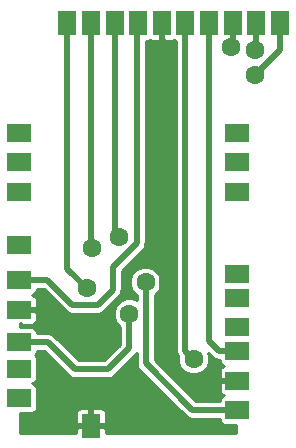
<source format=gtl>
G04 (created by PCBNEW (2013-jul-07)-stable) date Mon 10 Oct 2016 08:48:14 PM CEST*
%MOIN*%
G04 Gerber Fmt 3.4, Leading zero omitted, Abs format*
%FSLAX34Y34*%
G01*
G70*
G90*
G04 APERTURE LIST*
%ADD10C,0.00590551*%
%ADD11R,0.0787402X0.0590551*%
%ADD12R,0.0590551X0.0787402*%
%ADD13C,0.0629921*%
%ADD14C,0.02*%
%ADD15C,0.01*%
G04 APERTURE END LIST*
G54D10*
G54D11*
X34878Y-29917D03*
X34878Y-28932D03*
X34878Y-28046D03*
X34878Y-26964D03*
X34878Y-25980D03*
X34878Y-24798D03*
X34878Y-22042D03*
X34878Y-21058D03*
X34878Y-23027D03*
X42161Y-21058D03*
X42161Y-22042D03*
X42161Y-23027D03*
X42161Y-25783D03*
X42161Y-26570D03*
X42161Y-27554D03*
X42161Y-28342D03*
X42161Y-29326D03*
X42161Y-30310D03*
G54D12*
X43580Y-17400D03*
X42793Y-17400D03*
X42005Y-17400D03*
X41218Y-17400D03*
X40431Y-17400D03*
X39643Y-17400D03*
X38856Y-17400D03*
X38068Y-17400D03*
X37281Y-17400D03*
X36494Y-17400D03*
X37281Y-30825D03*
G54D13*
X39643Y-22093D03*
X37150Y-28350D03*
X37250Y-29900D03*
X38200Y-24550D03*
X38550Y-27100D03*
X39100Y-26050D03*
X42750Y-19150D03*
X42750Y-18300D03*
X40700Y-28600D03*
X41950Y-18200D03*
X37150Y-26250D03*
X37300Y-24900D03*
G54D14*
X39643Y-21500D02*
X39643Y-22093D01*
X34720Y-26964D02*
X35864Y-26964D01*
X37150Y-28250D02*
X37150Y-28350D01*
X35864Y-26964D02*
X37150Y-28250D01*
X37281Y-29931D02*
X37281Y-30825D01*
X37250Y-29900D02*
X37281Y-29931D01*
X39643Y-17400D02*
X39643Y-21500D01*
X39643Y-21500D02*
X39643Y-28593D01*
X40376Y-29326D02*
X42319Y-29326D01*
X39643Y-28593D02*
X40376Y-29326D01*
X34720Y-28046D02*
X35846Y-28046D01*
X38068Y-24418D02*
X38068Y-17400D01*
X38200Y-24550D02*
X38068Y-24418D01*
X38550Y-28250D02*
X38550Y-27100D01*
X37850Y-28950D02*
X38550Y-28250D01*
X36750Y-28950D02*
X37850Y-28950D01*
X35846Y-28046D02*
X36750Y-28950D01*
X43580Y-17400D02*
X43580Y-18319D01*
X39100Y-26050D02*
X39100Y-28750D01*
X39100Y-28750D02*
X40660Y-30310D01*
X40660Y-30310D02*
X42319Y-30310D01*
X43580Y-18319D02*
X42750Y-19150D01*
X42793Y-17400D02*
X42793Y-18256D01*
X42793Y-18256D02*
X42750Y-18300D01*
X34720Y-25980D02*
X35830Y-25980D01*
X38800Y-17456D02*
X38856Y-17400D01*
X38800Y-24750D02*
X38800Y-17456D01*
X38000Y-25550D02*
X38800Y-24750D01*
X38000Y-26300D02*
X38000Y-25550D01*
X37500Y-26800D02*
X38000Y-26300D01*
X36650Y-26800D02*
X37500Y-26800D01*
X35830Y-25980D02*
X36650Y-26800D01*
X40431Y-17400D02*
X40431Y-28331D01*
X40431Y-28331D02*
X40700Y-28600D01*
X41218Y-17400D02*
X41218Y-28018D01*
X41542Y-28342D02*
X42319Y-28342D01*
X41218Y-28018D02*
X41542Y-28342D01*
X42005Y-18094D02*
X42005Y-18144D01*
X42005Y-18144D02*
X41950Y-18200D01*
X42005Y-17400D02*
X42005Y-18094D01*
X42005Y-18094D02*
X42000Y-18100D01*
X36494Y-25594D02*
X36494Y-17400D01*
X37150Y-26250D02*
X36494Y-25594D01*
X37281Y-24500D02*
X37281Y-24881D01*
X37281Y-24881D02*
X37300Y-24900D01*
X37281Y-17400D02*
X37281Y-24500D01*
X37281Y-24500D02*
X37281Y-24531D01*
G54D10*
G36*
X42130Y-29384D02*
X42111Y-29384D01*
X42111Y-29376D01*
X41618Y-29376D01*
X41568Y-29426D01*
X41567Y-29582D01*
X41568Y-29661D01*
X41598Y-29735D01*
X41654Y-29791D01*
X41720Y-29818D01*
X41654Y-29845D01*
X41598Y-29901D01*
X41568Y-29975D01*
X41568Y-30010D01*
X40784Y-30010D01*
X39400Y-28625D01*
X39400Y-26478D01*
X39536Y-26342D01*
X39614Y-26152D01*
X39615Y-25948D01*
X39536Y-25758D01*
X39392Y-25613D01*
X39202Y-25535D01*
X38998Y-25534D01*
X38808Y-25613D01*
X38663Y-25757D01*
X38585Y-25947D01*
X38584Y-26151D01*
X38663Y-26341D01*
X38800Y-26478D01*
X38800Y-26646D01*
X38652Y-26585D01*
X38448Y-26584D01*
X38258Y-26663D01*
X38113Y-26807D01*
X38035Y-26997D01*
X38034Y-27201D01*
X38113Y-27391D01*
X38250Y-27528D01*
X38250Y-28125D01*
X37725Y-28650D01*
X36874Y-28650D01*
X36059Y-27834D01*
X35961Y-27769D01*
X35846Y-27746D01*
X35472Y-27746D01*
X35472Y-27712D01*
X35441Y-27638D01*
X35385Y-27582D01*
X35311Y-27551D01*
X35232Y-27551D01*
X34919Y-27551D01*
X34919Y-27459D01*
X34928Y-27459D01*
X34928Y-27409D01*
X34978Y-27459D01*
X35311Y-27459D01*
X35385Y-27429D01*
X35441Y-27372D01*
X35471Y-27299D01*
X35472Y-27219D01*
X35471Y-27064D01*
X35421Y-27014D01*
X34928Y-27014D01*
X34928Y-27022D01*
X34919Y-27022D01*
X34919Y-26906D01*
X34928Y-26906D01*
X34928Y-26914D01*
X35421Y-26914D01*
X35471Y-26864D01*
X35472Y-26708D01*
X35471Y-26629D01*
X35441Y-26555D01*
X35385Y-26499D01*
X35319Y-26472D01*
X35385Y-26444D01*
X35441Y-26388D01*
X35471Y-26315D01*
X35471Y-26280D01*
X35705Y-26280D01*
X36437Y-27012D01*
X36535Y-27077D01*
X36535Y-27077D01*
X36650Y-27100D01*
X37500Y-27100D01*
X37500Y-27099D01*
X37614Y-27077D01*
X37614Y-27077D01*
X37712Y-27012D01*
X38212Y-26512D01*
X38212Y-26512D01*
X38277Y-26414D01*
X38299Y-26300D01*
X38300Y-26300D01*
X38300Y-25674D01*
X39012Y-24962D01*
X39012Y-24962D01*
X39077Y-24864D01*
X39099Y-24750D01*
X39100Y-24750D01*
X39100Y-17993D01*
X39191Y-17993D01*
X39250Y-17969D01*
X39308Y-17993D01*
X39388Y-17993D01*
X39543Y-17993D01*
X39593Y-17943D01*
X39593Y-17450D01*
X39585Y-17450D01*
X39585Y-17350D01*
X39593Y-17350D01*
X39593Y-17342D01*
X39693Y-17342D01*
X39693Y-17350D01*
X39701Y-17350D01*
X39701Y-17450D01*
X39693Y-17450D01*
X39693Y-17943D01*
X39743Y-17993D01*
X39899Y-17993D01*
X39978Y-17993D01*
X40037Y-17969D01*
X40095Y-17993D01*
X40131Y-17993D01*
X40131Y-28331D01*
X40153Y-28445D01*
X40186Y-28494D01*
X40185Y-28497D01*
X40184Y-28701D01*
X40263Y-28891D01*
X40407Y-29036D01*
X40597Y-29114D01*
X40801Y-29115D01*
X40991Y-29036D01*
X41136Y-28892D01*
X41214Y-28702D01*
X41215Y-28498D01*
X41173Y-28397D01*
X41330Y-28554D01*
X41330Y-28554D01*
X41427Y-28619D01*
X41542Y-28642D01*
X41567Y-28642D01*
X41567Y-28677D01*
X41598Y-28750D01*
X41654Y-28806D01*
X41720Y-28834D01*
X41654Y-28861D01*
X41598Y-28917D01*
X41568Y-28991D01*
X41567Y-29070D01*
X41568Y-29226D01*
X41618Y-29276D01*
X42111Y-29276D01*
X42111Y-29268D01*
X42130Y-29268D01*
X42130Y-29384D01*
X42130Y-29384D01*
G37*
G54D15*
X42130Y-29384D02*
X42111Y-29384D01*
X42111Y-29376D01*
X41618Y-29376D01*
X41568Y-29426D01*
X41567Y-29582D01*
X41568Y-29661D01*
X41598Y-29735D01*
X41654Y-29791D01*
X41720Y-29818D01*
X41654Y-29845D01*
X41598Y-29901D01*
X41568Y-29975D01*
X41568Y-30010D01*
X40784Y-30010D01*
X39400Y-28625D01*
X39400Y-26478D01*
X39536Y-26342D01*
X39614Y-26152D01*
X39615Y-25948D01*
X39536Y-25758D01*
X39392Y-25613D01*
X39202Y-25535D01*
X38998Y-25534D01*
X38808Y-25613D01*
X38663Y-25757D01*
X38585Y-25947D01*
X38584Y-26151D01*
X38663Y-26341D01*
X38800Y-26478D01*
X38800Y-26646D01*
X38652Y-26585D01*
X38448Y-26584D01*
X38258Y-26663D01*
X38113Y-26807D01*
X38035Y-26997D01*
X38034Y-27201D01*
X38113Y-27391D01*
X38250Y-27528D01*
X38250Y-28125D01*
X37725Y-28650D01*
X36874Y-28650D01*
X36059Y-27834D01*
X35961Y-27769D01*
X35846Y-27746D01*
X35472Y-27746D01*
X35472Y-27712D01*
X35441Y-27638D01*
X35385Y-27582D01*
X35311Y-27551D01*
X35232Y-27551D01*
X34919Y-27551D01*
X34919Y-27459D01*
X34928Y-27459D01*
X34928Y-27409D01*
X34978Y-27459D01*
X35311Y-27459D01*
X35385Y-27429D01*
X35441Y-27372D01*
X35471Y-27299D01*
X35472Y-27219D01*
X35471Y-27064D01*
X35421Y-27014D01*
X34928Y-27014D01*
X34928Y-27022D01*
X34919Y-27022D01*
X34919Y-26906D01*
X34928Y-26906D01*
X34928Y-26914D01*
X35421Y-26914D01*
X35471Y-26864D01*
X35472Y-26708D01*
X35471Y-26629D01*
X35441Y-26555D01*
X35385Y-26499D01*
X35319Y-26472D01*
X35385Y-26444D01*
X35441Y-26388D01*
X35471Y-26315D01*
X35471Y-26280D01*
X35705Y-26280D01*
X36437Y-27012D01*
X36535Y-27077D01*
X36535Y-27077D01*
X36650Y-27100D01*
X37500Y-27100D01*
X37500Y-27099D01*
X37614Y-27077D01*
X37614Y-27077D01*
X37712Y-27012D01*
X38212Y-26512D01*
X38212Y-26512D01*
X38277Y-26414D01*
X38299Y-26300D01*
X38300Y-26300D01*
X38300Y-25674D01*
X39012Y-24962D01*
X39012Y-24962D01*
X39077Y-24864D01*
X39099Y-24750D01*
X39100Y-24750D01*
X39100Y-17993D01*
X39191Y-17993D01*
X39250Y-17969D01*
X39308Y-17993D01*
X39388Y-17993D01*
X39543Y-17993D01*
X39593Y-17943D01*
X39593Y-17450D01*
X39585Y-17450D01*
X39585Y-17350D01*
X39593Y-17350D01*
X39593Y-17342D01*
X39693Y-17342D01*
X39693Y-17350D01*
X39701Y-17350D01*
X39701Y-17450D01*
X39693Y-17450D01*
X39693Y-17943D01*
X39743Y-17993D01*
X39899Y-17993D01*
X39978Y-17993D01*
X40037Y-17969D01*
X40095Y-17993D01*
X40131Y-17993D01*
X40131Y-28331D01*
X40153Y-28445D01*
X40186Y-28494D01*
X40185Y-28497D01*
X40184Y-28701D01*
X40263Y-28891D01*
X40407Y-29036D01*
X40597Y-29114D01*
X40801Y-29115D01*
X40991Y-29036D01*
X41136Y-28892D01*
X41214Y-28702D01*
X41215Y-28498D01*
X41173Y-28397D01*
X41330Y-28554D01*
X41330Y-28554D01*
X41427Y-28619D01*
X41542Y-28642D01*
X41567Y-28642D01*
X41567Y-28677D01*
X41598Y-28750D01*
X41654Y-28806D01*
X41720Y-28834D01*
X41654Y-28861D01*
X41598Y-28917D01*
X41568Y-28991D01*
X41567Y-29070D01*
X41568Y-29226D01*
X41618Y-29276D01*
X42111Y-29276D01*
X42111Y-29268D01*
X42130Y-29268D01*
X42130Y-29384D01*
G54D10*
G36*
X42130Y-31080D02*
X37776Y-31080D01*
X37776Y-30391D01*
X37746Y-30318D01*
X37690Y-30262D01*
X37616Y-30231D01*
X37537Y-30231D01*
X37381Y-30231D01*
X37331Y-30281D01*
X37331Y-30775D01*
X37726Y-30775D01*
X37776Y-30725D01*
X37776Y-30391D01*
X37776Y-31080D01*
X37776Y-31080D01*
X37776Y-30925D01*
X37726Y-30875D01*
X37331Y-30875D01*
X37331Y-30883D01*
X37231Y-30883D01*
X37231Y-30875D01*
X37231Y-30775D01*
X37231Y-30281D01*
X37181Y-30231D01*
X37025Y-30231D01*
X36946Y-30231D01*
X36872Y-30262D01*
X36816Y-30318D01*
X36786Y-30391D01*
X36786Y-30725D01*
X36836Y-30775D01*
X37231Y-30775D01*
X37231Y-30875D01*
X36836Y-30875D01*
X36786Y-30925D01*
X36786Y-31080D01*
X34919Y-31080D01*
X34919Y-30412D01*
X35311Y-30412D01*
X35385Y-30381D01*
X35441Y-30325D01*
X35471Y-30252D01*
X35472Y-30172D01*
X35472Y-29582D01*
X35441Y-29508D01*
X35385Y-29452D01*
X35319Y-29424D01*
X35385Y-29397D01*
X35441Y-29341D01*
X35471Y-29267D01*
X35472Y-29188D01*
X35472Y-28597D01*
X35441Y-28524D01*
X35407Y-28489D01*
X35441Y-28455D01*
X35471Y-28382D01*
X35471Y-28346D01*
X35722Y-28346D01*
X36537Y-29162D01*
X36635Y-29227D01*
X36750Y-29250D01*
X37850Y-29250D01*
X37850Y-29249D01*
X37964Y-29227D01*
X37964Y-29227D01*
X38062Y-29162D01*
X38762Y-28462D01*
X38762Y-28462D01*
X38800Y-28405D01*
X38800Y-28750D01*
X38822Y-28864D01*
X38887Y-28962D01*
X40448Y-30522D01*
X40448Y-30522D01*
X40545Y-30587D01*
X40660Y-30610D01*
X41567Y-30610D01*
X41567Y-30645D01*
X41598Y-30719D01*
X41654Y-30775D01*
X41728Y-30805D01*
X41807Y-30806D01*
X42130Y-30806D01*
X42130Y-31000D01*
X42130Y-31080D01*
X42130Y-31080D01*
G37*
G54D15*
X42130Y-31080D02*
X37776Y-31080D01*
X37776Y-30391D01*
X37746Y-30318D01*
X37690Y-30262D01*
X37616Y-30231D01*
X37537Y-30231D01*
X37381Y-30231D01*
X37331Y-30281D01*
X37331Y-30775D01*
X37726Y-30775D01*
X37776Y-30725D01*
X37776Y-30391D01*
X37776Y-31080D01*
X37776Y-31080D01*
X37776Y-30925D01*
X37726Y-30875D01*
X37331Y-30875D01*
X37331Y-30883D01*
X37231Y-30883D01*
X37231Y-30875D01*
X37231Y-30775D01*
X37231Y-30281D01*
X37181Y-30231D01*
X37025Y-30231D01*
X36946Y-30231D01*
X36872Y-30262D01*
X36816Y-30318D01*
X36786Y-30391D01*
X36786Y-30725D01*
X36836Y-30775D01*
X37231Y-30775D01*
X37231Y-30875D01*
X36836Y-30875D01*
X36786Y-30925D01*
X36786Y-31080D01*
X34919Y-31080D01*
X34919Y-30412D01*
X35311Y-30412D01*
X35385Y-30381D01*
X35441Y-30325D01*
X35471Y-30252D01*
X35472Y-30172D01*
X35472Y-29582D01*
X35441Y-29508D01*
X35385Y-29452D01*
X35319Y-29424D01*
X35385Y-29397D01*
X35441Y-29341D01*
X35471Y-29267D01*
X35472Y-29188D01*
X35472Y-28597D01*
X35441Y-28524D01*
X35407Y-28489D01*
X35441Y-28455D01*
X35471Y-28382D01*
X35471Y-28346D01*
X35722Y-28346D01*
X36537Y-29162D01*
X36635Y-29227D01*
X36750Y-29250D01*
X37850Y-29250D01*
X37850Y-29249D01*
X37964Y-29227D01*
X37964Y-29227D01*
X38062Y-29162D01*
X38762Y-28462D01*
X38762Y-28462D01*
X38800Y-28405D01*
X38800Y-28750D01*
X38822Y-28864D01*
X38887Y-28962D01*
X40448Y-30522D01*
X40448Y-30522D01*
X40545Y-30587D01*
X40660Y-30610D01*
X41567Y-30610D01*
X41567Y-30645D01*
X41598Y-30719D01*
X41654Y-30775D01*
X41728Y-30805D01*
X41807Y-30806D01*
X42130Y-30806D01*
X42130Y-31000D01*
X42130Y-31080D01*
M02*

</source>
